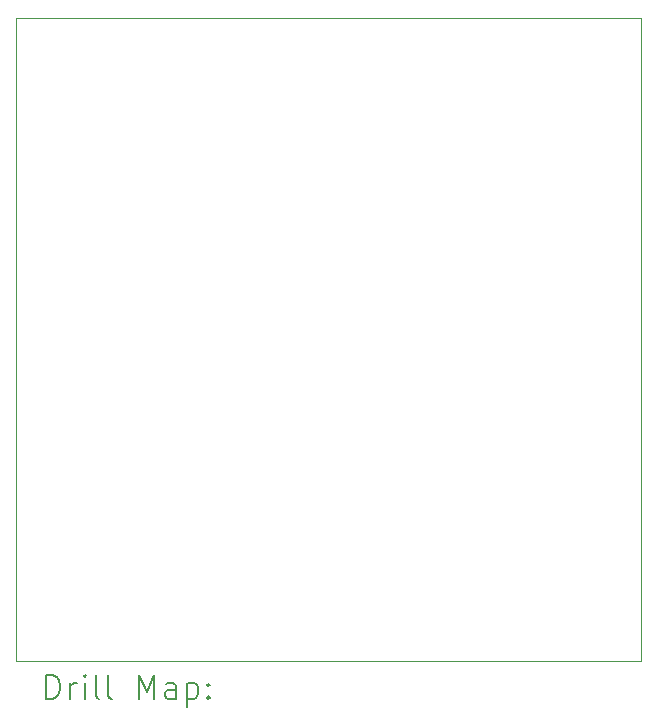
<source format=gbr>
%TF.GenerationSoftware,KiCad,Pcbnew,8.0.0*%
%TF.CreationDate,2024-04-17T16:51:28+02:00*%
%TF.ProjectId,AMS_IMD_Reset,414d535f-494d-4445-9f52-657365742e6b,rev?*%
%TF.SameCoordinates,Original*%
%TF.FileFunction,Drillmap*%
%TF.FilePolarity,Positive*%
%FSLAX45Y45*%
G04 Gerber Fmt 4.5, Leading zero omitted, Abs format (unit mm)*
G04 Created by KiCad (PCBNEW 8.0.0) date 2024-04-17 16:51:28*
%MOMM*%
%LPD*%
G01*
G04 APERTURE LIST*
%ADD10C,0.100000*%
%ADD11C,0.200000*%
G04 APERTURE END LIST*
D10*
X14841220Y-6675120D02*
X20132040Y-6675120D01*
X20132040Y-12120880D01*
X14841220Y-12120880D01*
X14841220Y-6675120D01*
D11*
X15096997Y-12437364D02*
X15096997Y-12237364D01*
X15096997Y-12237364D02*
X15144616Y-12237364D01*
X15144616Y-12237364D02*
X15173187Y-12246888D01*
X15173187Y-12246888D02*
X15192235Y-12265935D01*
X15192235Y-12265935D02*
X15201759Y-12284983D01*
X15201759Y-12284983D02*
X15211282Y-12323078D01*
X15211282Y-12323078D02*
X15211282Y-12351649D01*
X15211282Y-12351649D02*
X15201759Y-12389745D01*
X15201759Y-12389745D02*
X15192235Y-12408792D01*
X15192235Y-12408792D02*
X15173187Y-12427840D01*
X15173187Y-12427840D02*
X15144616Y-12437364D01*
X15144616Y-12437364D02*
X15096997Y-12437364D01*
X15296997Y-12437364D02*
X15296997Y-12304030D01*
X15296997Y-12342126D02*
X15306521Y-12323078D01*
X15306521Y-12323078D02*
X15316044Y-12313554D01*
X15316044Y-12313554D02*
X15335092Y-12304030D01*
X15335092Y-12304030D02*
X15354140Y-12304030D01*
X15420806Y-12437364D02*
X15420806Y-12304030D01*
X15420806Y-12237364D02*
X15411282Y-12246888D01*
X15411282Y-12246888D02*
X15420806Y-12256411D01*
X15420806Y-12256411D02*
X15430330Y-12246888D01*
X15430330Y-12246888D02*
X15420806Y-12237364D01*
X15420806Y-12237364D02*
X15420806Y-12256411D01*
X15544616Y-12437364D02*
X15525568Y-12427840D01*
X15525568Y-12427840D02*
X15516044Y-12408792D01*
X15516044Y-12408792D02*
X15516044Y-12237364D01*
X15649378Y-12437364D02*
X15630330Y-12427840D01*
X15630330Y-12427840D02*
X15620806Y-12408792D01*
X15620806Y-12408792D02*
X15620806Y-12237364D01*
X15877949Y-12437364D02*
X15877949Y-12237364D01*
X15877949Y-12237364D02*
X15944616Y-12380221D01*
X15944616Y-12380221D02*
X16011282Y-12237364D01*
X16011282Y-12237364D02*
X16011282Y-12437364D01*
X16192235Y-12437364D02*
X16192235Y-12332602D01*
X16192235Y-12332602D02*
X16182711Y-12313554D01*
X16182711Y-12313554D02*
X16163663Y-12304030D01*
X16163663Y-12304030D02*
X16125568Y-12304030D01*
X16125568Y-12304030D02*
X16106521Y-12313554D01*
X16192235Y-12427840D02*
X16173187Y-12437364D01*
X16173187Y-12437364D02*
X16125568Y-12437364D01*
X16125568Y-12437364D02*
X16106521Y-12427840D01*
X16106521Y-12427840D02*
X16096997Y-12408792D01*
X16096997Y-12408792D02*
X16096997Y-12389745D01*
X16096997Y-12389745D02*
X16106521Y-12370697D01*
X16106521Y-12370697D02*
X16125568Y-12361173D01*
X16125568Y-12361173D02*
X16173187Y-12361173D01*
X16173187Y-12361173D02*
X16192235Y-12351649D01*
X16287473Y-12304030D02*
X16287473Y-12504030D01*
X16287473Y-12313554D02*
X16306521Y-12304030D01*
X16306521Y-12304030D02*
X16344616Y-12304030D01*
X16344616Y-12304030D02*
X16363663Y-12313554D01*
X16363663Y-12313554D02*
X16373187Y-12323078D01*
X16373187Y-12323078D02*
X16382711Y-12342126D01*
X16382711Y-12342126D02*
X16382711Y-12399268D01*
X16382711Y-12399268D02*
X16373187Y-12418316D01*
X16373187Y-12418316D02*
X16363663Y-12427840D01*
X16363663Y-12427840D02*
X16344616Y-12437364D01*
X16344616Y-12437364D02*
X16306521Y-12437364D01*
X16306521Y-12437364D02*
X16287473Y-12427840D01*
X16468425Y-12418316D02*
X16477949Y-12427840D01*
X16477949Y-12427840D02*
X16468425Y-12437364D01*
X16468425Y-12437364D02*
X16458902Y-12427840D01*
X16458902Y-12427840D02*
X16468425Y-12418316D01*
X16468425Y-12418316D02*
X16468425Y-12437364D01*
X16468425Y-12313554D02*
X16477949Y-12323078D01*
X16477949Y-12323078D02*
X16468425Y-12332602D01*
X16468425Y-12332602D02*
X16458902Y-12323078D01*
X16458902Y-12323078D02*
X16468425Y-12313554D01*
X16468425Y-12313554D02*
X16468425Y-12332602D01*
M02*

</source>
